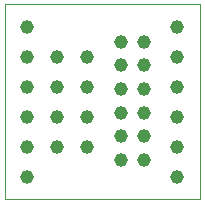
<source format=gbs>
G75*
%MOIN*%
%OFA0B0*%
%FSLAX24Y24*%
%IPPOS*%
%LPD*%
%AMOC8*
5,1,8,0,0,1.08239X$1,22.5*
%
%ADD10C,0.0000*%
%ADD11C,0.0453*%
D10*
X000100Y000139D02*
X000100Y006635D01*
X006600Y006635D01*
X006600Y000139D01*
X000100Y000139D01*
D11*
X000850Y000889D03*
X000850Y001889D03*
X000850Y002889D03*
X000850Y003889D03*
X000850Y004889D03*
X000850Y005889D03*
X001850Y004889D03*
X001850Y003889D03*
X002850Y003889D03*
X002850Y004889D03*
X003956Y004601D03*
X004744Y004601D03*
X004744Y003814D03*
X004744Y003026D03*
X003956Y003026D03*
X003956Y003814D03*
X002850Y002889D03*
X001850Y002889D03*
X001850Y001889D03*
X002850Y001889D03*
X003956Y002239D03*
X003956Y001452D03*
X004744Y001452D03*
X004744Y002239D03*
X005850Y001889D03*
X005850Y000889D03*
X005850Y002889D03*
X005850Y003889D03*
X005850Y004889D03*
X005850Y005889D03*
X004744Y005389D03*
X003956Y005389D03*
M02*

</source>
